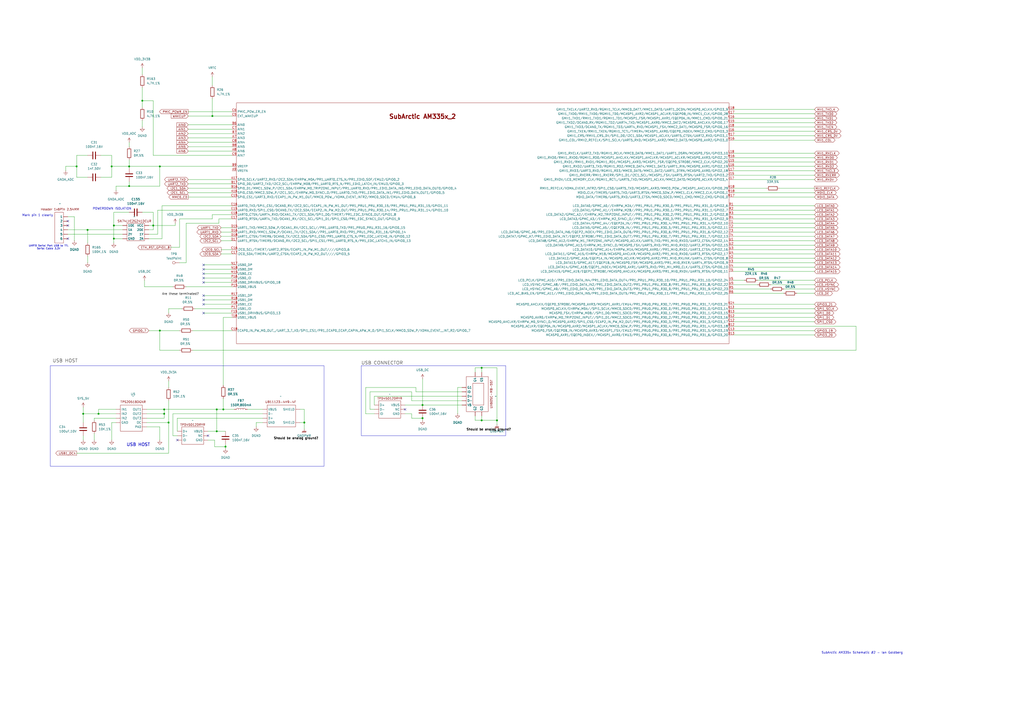
<source format=kicad_sch>
(kicad_sch (version 20231120) (generator "eeschema") (generator_version "8.0")
  (paper "A2")
  (title_block (title "SubArctic AM335x Schematic #2 - Ian Goldberg"))
  (junction (at 66.04 130.81))
  (junction (at 125.73 250.19))
  (junction (at 123.19 67.31))
  (junction (at 279.4 243.84))
  (junction (at 92.71 191.77))
  (junction (at 176.53 245.11))
  (junction (at 50.8 133.35))
  (junction (at 74.93 107.95))
  (junction (at 44.45 96.52))
  (junction (at 82.55 58.42))
  (junction (at 48.26 240.03))
  (junction (at 288.29 243.84))
  (junction (at 88.9 130.81))
  (junction (at 129.54 237.49))
  (junction (at 97.79 245.11))
  (junction (at 92.71 96.52))
  (junction (at 245.11 234.95))
  (junction (at 245.11 242.57))
  (junction (at 66.04 138.43))
  (junction (at 125.73 237.49))
  (junction (at 130.81 259.08))
  (junction (at 57.15 240.03))
  (junction (at 74.93 96.52))
  (junction (at 64.77 96.52))
  (junction (at 95.25 240.03))
  (junction (at 95.25 237.49))
  (junction (at 279.4 213.36))
  (no_connect (at 118.11 163.83))
  (no_connect (at 39.37 130.81))
  (no_connect (at 118.11 153.67))
  (no_connect (at 118.11 158.75))
  (no_connect (at 118.11 176.53))
  (no_connect (at 118.11 171.45))
  (no_connect (at 39.37 138.43))
  (no_connect (at 120.65 252.73))
  (no_connect (at 234.95 237.49))
  (no_connect (at 118.11 173.99))
  (no_connect (at 39.37 128.27))
  (no_connect (at 118.11 181.61))
  (no_connect (at 118.11 156.21))
  (no_connect (at 118.11 161.29))
  (no_connect (at 102.87 255.27))
  (wire (pts (xy 74.93 92.71) (xy 74.93 96.52)))
  (wire (pts (xy 44.45 90.17) (xy 44.45 96.52)))
  (wire (pts (xy 425.45 137.16) (xy 472.44 137.16)))
  (wire (pts (xy 39.37 133.35) (xy 50.8 133.35)))
  (wire (pts (xy 88.9 90.17) (xy 134.62 90.17)))
  (wire (pts (xy 425.45 127) (xy 472.44 127)))
  (wire (pts (xy 92.71 247.65) (xy 92.71 255.27)))
  (wire (pts (xy 82.55 39.37) (xy 82.55 43.18)))
  (wire (pts (xy 425.45 162.56) (xy 431.8 162.56)))
  (wire (pts (xy 85.09 245.11) (xy 97.79 245.11)))
  (wire (pts (xy 425.45 181.61) (xy 472.44 181.61)))
  (wire (pts (xy 118.11 176.53) (xy 134.62 176.53)))
  (wire (pts (xy 425.45 93.98) (xy 472.44 93.98)))
  (wire (pts (xy 173.99 237.49) (xy 176.53 237.49)))
  (wire (pts (xy 238.76 242.57) (xy 245.11 242.57)))
  (wire (pts (xy 109.22 64.77) (xy 134.62 64.77)))
  (wire (pts (xy 454.66 167.64) (xy 472.44 167.64)))
  (wire (pts (xy 217.17 229.87) (xy 267.97 229.87)))
  (wire (pts (xy 124.46 259.08) (xy 130.81 259.08)))
  (wire (pts (xy 125.73 237.49) (xy 129.54 237.49)))
  (wire (pts (xy 92.71 191.77) (xy 104.14 191.77)))
  (wire (pts (xy 425.45 134.62) (xy 472.44 134.62)))
  (wire (pts (xy 44.45 262.89) (xy 97.79 262.89)))
  (wire (pts (xy 109.22 74.93) (xy 134.62 74.93)))
  (wire (pts (xy 66.04 138.43) (xy 66.04 140.97)))
  (wire (pts (xy 104.14 152.4) (xy 107.95 152.4)))
  (wire (pts (xy 66.04 123.19) (xy 66.04 130.81)))
  (wire (pts (xy 212.09 224.79) (xy 241.3 224.79)))
  (wire (pts (xy 265.43 224.79) (xy 265.43 240.03)))
  (wire (pts (xy 176.53 237.49) (xy 176.53 245.11)))
  (wire (pts (xy 97.79 179.07) (xy 105.41 179.07)))
  (wire (pts (xy 425.45 194.31) (xy 472.44 194.31)))
  (wire (pts (xy 123.19 124.46) (xy 134.62 124.46)))
  (wire (pts (xy 54.61 242.57) (xy 67.31 242.57)))
  (wire (pts (xy 109.22 87.63) (xy 134.62 87.63)))
  (wire (pts (xy 462.28 170.18) (xy 472.44 170.18)))
  (wire (pts (xy 67.31 107.95) (xy 67.31 110.49)))
  (wire (pts (xy 38.1 96.52) (xy 38.1 99.06)))
  (wire (pts (xy 425.45 154.94) (xy 472.44 154.94)))
  (wire (pts (xy 128.27 132.08) (xy 134.62 132.08)))
  (wire (pts (xy 109.22 72.39) (xy 134.62 72.39)))
  (wire (pts (xy 267.97 224.79) (xy 265.43 224.79)))
  (wire (pts (xy 97.79 245.11) (xy 97.79 262.89)))
  (wire (pts (xy 93.98 138.43) (xy 86.36 138.43)))
  (wire (pts (xy 130.81 259.08) (xy 130.81 257.81)))
  (wire (pts (xy 67.31 240.03) (xy 57.15 240.03)))
  (wire (pts (xy 66.04 138.43) (xy 71.12 138.43)))
  (wire (pts (xy 109.22 77.47) (xy 134.62 77.47)))
  (wire (pts (xy 101.6 129.54) (xy 101.6 130.81)))
  (wire (pts (xy 92.71 107.95) (xy 74.93 107.95)))
  (wire (pts (xy 102.87 250.19) (xy 102.87 242.57)))
  (wire (pts (xy 107.95 166.37) (xy 134.62 166.37)))
  (wire (pts (xy 439.42 162.56) (xy 472.44 162.56)))
  (wire (pts (xy 245.11 219.71) (xy 245.11 234.95)))
  (wire (pts (xy 118.11 153.67) (xy 134.62 153.67)))
  (wire (pts (xy 50.8 133.35) (xy 50.8 140.97)))
  (wire (pts (xy 66.04 130.81) (xy 71.12 130.81)))
  (wire (pts (xy 425.45 101.6) (xy 472.44 101.6)))
  (wire (pts (xy 118.11 181.61) (xy 134.62 181.61)))
  (wire (pts (xy 143.51 237.49) (xy 152.4 237.49)))
  (wire (pts (xy 66.04 130.81) (xy 66.04 138.43)))
  (wire (pts (xy 85.09 242.57) (xy 95.25 242.57)))
  (wire (pts (xy 425.45 186.69) (xy 472.44 186.69)))
  (wire (pts (xy 148.59 247.65) (xy 148.59 245.11)))
  (wire (pts (xy 123.19 57.15) (xy 123.19 67.31)))
  (wire (pts (xy 279.4 213.36) (xy 288.29 213.36)))
  (wire (pts (xy 118.11 171.45) (xy 134.62 171.45)))
  (wire (pts (xy 74.93 82.55) (xy 74.93 85.09)))
  (wire (pts (xy 128.27 147.32) (xy 134.62 147.32)))
  (wire (pts (xy 74.93 123.19) (xy 66.04 123.19)))
  (wire (pts (xy 425.45 157.48) (xy 472.44 157.48)))
  (wire (pts (xy 212.09 240.03) (xy 212.09 224.79)))
  (wire (pts (xy 86.36 130.81) (xy 88.9 130.81)))
  (wire (pts (xy 39.37 135.89) (xy 71.12 135.89)))
  (wire (pts (xy 173.99 245.11) (xy 176.53 245.11)))
  (wire (pts (xy 425.45 176.53) (xy 472.44 176.53)))
  (wire (pts (xy 50.8 133.35) (xy 71.12 133.35)))
  (wire (pts (xy 58.42 102.87) (xy 64.77 102.87)))
  (wire (pts (xy 48.26 240.03) (xy 48.26 245.11)))
  (wire (pts (xy 425.45 104.14) (xy 472.44 104.14)))
  (wire (pts (xy 107.95 129.54) (xy 107.95 152.4)))
  (wire (pts (xy 111.76 203.2) (xy 496.57 203.2)))
  (wire (pts (xy 425.45 147.32) (xy 472.44 147.32)))
  (wire (pts (xy 91.44 121.92) (xy 91.44 135.89)))
  (wire (pts (xy 128.27 134.62) (xy 134.62 134.62)))
  (wire (pts (xy 64.77 96.52) (xy 64.77 102.87)))
  (wire (pts (xy 85.09 240.03) (xy 95.25 240.03)))
  (wire (pts (xy 176.53 245.11) (xy 176.53 248.92)))
  (wire (pts (xy 127 127) (xy 127 129.54)))
  (wire (pts (xy 86.36 133.35) (xy 88.9 133.35)))
  (wire (pts (xy 82.55 58.42) (xy 82.55 62.23)))
  (wire (pts (xy 118.11 161.29) (xy 134.62 161.29)))
  (wire (pts (xy 125.73 237.49) (xy 125.73 250.19)))
  (wire (pts (xy 245.11 242.57) (xy 245.11 243.84)))
  (wire (pts (xy 129.54 237.49) (xy 135.89 237.49)))
  (wire (pts (xy 425.45 88.9) (xy 472.44 88.9)))
  (wire (pts (xy 91.44 121.92) (xy 134.62 121.92)))
  (wire (pts (xy 128.27 139.7) (xy 134.62 139.7)))
  (wire (pts (xy 48.26 252.73) (xy 48.26 255.27)))
  (wire (pts (xy 39.37 125.73) (xy 43.18 125.73)))
  (wire (pts (xy 109.22 82.55) (xy 134.62 82.55)))
  (wire (pts (xy 120.65 250.19) (xy 125.73 250.19)))
  (wire (pts (xy 109.22 114.3) (xy 134.62 114.3)))
  (wire (pts (xy 104.14 203.2) (xy 92.71 203.2)))
  (wire (pts (xy 425.45 109.22) (xy 444.5 109.22)))
  (wire (pts (xy 275.59 213.36) (xy 275.59 215.9)))
  (wire (pts (xy 64.77 96.52) (xy 64.77 90.17)))
  (wire (pts (xy 85.09 237.49) (xy 95.25 237.49)))
  (wire (pts (xy 95.25 240.03) (xy 95.25 237.49)))
  (wire (pts (xy 128.27 144.78) (xy 134.62 144.78)))
  (wire (pts (xy 58.42 90.17) (xy 64.77 90.17)))
  (wire (pts (xy 234.95 240.03) (xy 238.76 240.03)))
  (wire (pts (xy 92.71 96.52) (xy 74.93 96.52)))
  (wire (pts (xy 109.22 104.14) (xy 134.62 104.14)))
  (wire (pts (xy 425.45 63.5) (xy 472.44 63.5)))
  (wire (pts (xy 425.45 96.52) (xy 472.44 96.52)))
  (wire (pts (xy 214.63 237.49) (xy 214.63 227.33)))
  (wire (pts (xy 425.45 76.2) (xy 472.44 76.2)))
  (wire (pts (xy 99.06 143.51) (xy 104.14 143.51)))
  (wire (pts (xy 50.8 102.87) (xy 44.45 102.87)))
  (wire (pts (xy 134.62 127) (xy 127 127)))
  (wire (pts (xy 57.15 237.49) (xy 57.15 240.03)))
  (wire (pts (xy 67.31 237.49) (xy 57.15 237.49)))
  (wire (pts (xy 425.45 152.4) (xy 472.44 152.4)))
  (wire (pts (xy 217.17 237.49) (xy 214.63 237.49)))
  (wire (pts (xy 92.71 203.2) (xy 92.71 191.77)))
  (wire (pts (xy 109.22 80.01) (xy 134.62 80.01)))
  (wire (pts (xy 97.79 232.41) (xy 97.79 245.11)))
  (wire (pts (xy 425.45 184.15) (xy 472.44 184.15)))
  (wire (pts (xy 97.79 181.61) (xy 97.79 179.07)))
  (wire (pts (xy 43.18 125.73) (xy 43.18 139.7)))
  (wire (pts (xy 425.45 142.24) (xy 472.44 142.24)))
  (wire (pts (xy 447.04 165.1) (xy 472.44 165.1)))
  (wire (pts (xy 82.55 73.66) (xy 82.55 69.85)))
  (wire (pts (xy 111.76 191.77) (xy 134.62 191.77)))
  (wire (pts (xy 88.9 133.35) (xy 88.9 130.81)))
  (wire (pts (xy 279.4 213.36) (xy 279.4 215.9)))
  (wire (pts (xy 88.9 123.19) (xy 88.9 130.81)))
  (wire (pts (xy 425.45 111.76) (xy 472.44 111.76)))
  (wire (pts (xy 85.09 247.65) (xy 92.71 247.65)))
  (wire (pts (xy 127 129.54) (xy 107.95 129.54)))
  (wire (pts (xy 238.76 240.03) (xy 238.76 242.57)))
  (wire (pts (xy 425.45 121.92) (xy 472.44 121.92)))
  (wire (pts (xy 148.59 245.11) (xy 152.4 245.11)))
  (wire (pts (xy 109.22 85.09) (xy 134.62 85.09)))
  (wire (pts (xy 425.45 170.18) (xy 454.66 170.18)))
  (wire (pts (xy 109.22 109.22) (xy 134.62 109.22)))
  (wire (pts (xy 425.45 191.77) (xy 472.44 191.77)))
  (wire (pts (xy 128.27 137.16) (xy 134.62 137.16)))
  (wire (pts (xy 44.45 96.52) (xy 44.45 102.87)))
  (wire (pts (xy 288.29 213.36) (xy 288.29 243.84)))
  (wire (pts (xy 129.54 184.15) (xy 134.62 184.15)))
  (wire (pts (xy 275.59 241.3) (xy 275.59 243.84)))
  (wire (pts (xy 67.31 245.11) (xy 64.77 245.11)))
  (wire (pts (xy 425.45 73.66) (xy 472.44 73.66)))
  (wire (pts (xy 44.45 90.17) (xy 50.8 90.17)))
  (wire (pts (xy 54.61 242.57) (xy 54.61 243.84)))
  (wire (pts (xy 57.15 240.03) (xy 48.26 240.03)))
  (wire (pts (xy 279.4 243.84) (xy 288.29 243.84)))
  (wire (pts (xy 82.55 50.8) (xy 82.55 58.42)))
  (wire (pts (xy 425.45 165.1) (xy 439.42 165.1)))
  (wire (pts (xy 95.25 237.49) (xy 125.73 237.49)))
  (wire (pts (xy 54.61 255.27) (xy 54.61 251.46)))
  (wire (pts (xy 123.19 67.31) (xy 134.62 67.31)))
  (wire (pts (xy 118.11 173.99) (xy 134.62 173.99)))
  (wire (pts (xy 100.33 240.03) (xy 152.4 240.03)))
  (wire (pts (xy 129.54 231.14) (xy 129.54 237.49)))
  (wire (pts (xy 93.98 119.38) (xy 93.98 138.43)))
  (wire (pts (xy 241.3 227.33) (xy 267.97 227.33)))
  (wire (pts (xy 125.73 250.19) (xy 130.81 250.19)))
  (wire (pts (xy 425.45 129.54) (xy 472.44 129.54)))
  (wire (pts (xy 44.45 96.52) (xy 38.1 96.52)))
  (wire (pts (xy 425.45 189.23) (xy 496.57 189.23)))
  (wire (pts (xy 129.54 184.15) (xy 129.54 223.52)))
  (wire (pts (xy 104.14 127) (xy 123.19 127)))
  (wire (pts (xy 88.9 58.42) (xy 88.9 90.17)))
  (wire (pts (xy 275.59 243.84) (xy 279.4 243.84)))
  (wire (pts (xy 425.45 124.46) (xy 472.44 124.46)))
  (wire (pts (xy 82.55 58.42) (xy 88.9 58.42)))
  (wire (pts (xy 64.77 245.11) (xy 64.77 255.27)))
  (wire (pts (xy 425.45 139.7) (xy 472.44 139.7)))
  (wire (pts (xy 64.77 96.52) (xy 74.93 96.52)))
  (wire (pts (xy 48.26 236.22) (xy 48.26 240.03)))
  (wire (pts (xy 109.22 111.76) (xy 134.62 111.76)))
  (wire (pts (xy 234.95 234.95) (xy 245.11 234.95)))
  (wire (pts (xy 123.19 127) (xy 123.19 124.46)))
  (wire (pts (xy 88.9 130.81) (xy 101.6 130.81)))
  (wire (pts (xy 74.93 107.95) (xy 74.93 105.41)))
  (wire (pts (xy 425.45 179.07) (xy 472.44 179.07)))
  (wire (pts (xy 217.17 240.03) (xy 212.09 240.03)))
  (wire (pts (xy 288.29 243.84) (xy 288.29 246.38)))
  (wire (pts (xy 104.14 143.51) (xy 104.14 127)))
  (wire (pts (xy 67.31 107.95) (xy 74.93 107.95)))
  (wire (pts (xy 425.45 66.04) (xy 472.44 66.04)))
  (wire (pts (xy 50.8 152.4) (xy 50.8 148.59)))
  (wire (pts (xy 134.62 96.52) (xy 92.71 96.52)))
  (wire (pts (xy 130.81 260.35) (xy 130.81 259.08)))
  (wire (pts (xy 120.65 255.27) (xy 124.46 255.27)))
  (wire (pts (xy 425.45 78.74) (xy 472.44 78.74)))
  (wire (pts (xy 425.45 91.44) (xy 472.44 91.44)))
  (wire (pts (xy 113.03 179.07) (xy 134.62 179.07)))
  (wire (pts (xy 124.46 255.27) (xy 124.46 259.08)))
  (wire (pts (xy 123.19 44.45) (xy 123.19 49.53)))
  (wire (pts (xy 83.82 162.56) (xy 83.82 166.37)))
  (wire (pts (xy 109.22 67.31) (xy 123.19 67.31)))
  (wire (pts (xy 118.11 163.83) (xy 134.62 163.83)))
  (wire (pts (xy 425.45 81.28) (xy 472.44 81.28)))
  (wire (pts (xy 134.62 119.38) (xy 93.98 119.38)))
  (wire (pts (xy 241.3 224.79) (xy 241.3 227.33)))
  (wire (pts (xy 217.17 234.95) (xy 217.17 229.87)))
  (wire (pts (xy 88.9 123.19) (xy 82.55 123.19)))
  (wire (pts (xy 109.22 106.68) (xy 134.62 106.68)))
  (wire (pts (xy 238.76 232.41) (xy 267.97 232.41)))
  (wire (pts (xy 425.45 71.12) (xy 472.44 71.12)))
  (wire (pts (xy 74.93 97.79) (xy 74.93 96.52)))
  (wire (pts (xy 452.12 109.22) (xy 472.44 109.22)))
  (wire (pts (xy 214.63 227.33) (xy 238.76 227.33)))
  (wire (pts (xy 118.11 158.75) (xy 134.62 158.75)))
  (wire (pts (xy 95.25 242.57) (xy 95.25 240.03)))
  (wire (pts (xy 100.33 252.73) (xy 100.33 240.03)))
  (wire (pts (xy 425.45 132.08) (xy 472.44 132.08)))
  (wire (pts (xy 83.82 166.37) (xy 100.33 166.37)))
  (wire (pts (xy 238.76 227.33) (xy 238.76 232.41)))
  (wire (pts (xy 245.11 234.95) (xy 267.97 234.95)))
  (wire (pts (xy 86.36 191.77) (xy 92.71 191.77)))
  (wire (pts (xy 425.45 167.64) (xy 447.04 167.64)))
  (wire (pts (xy 425.45 149.86) (xy 472.44 149.86)))
  (wire (pts (xy 118.11 156.21) (xy 134.62 156.21)))
  (wire (pts (xy 92.71 96.52) (xy 92.71 107.95)))
  (wire (pts (xy 496.57 189.23) (xy 496.57 203.2)))
  (wire (pts (xy 425.45 68.58) (xy 472.44 68.58)))
  (wire (pts (xy 97.79 220.98) (xy 97.79 224.79)))
  (wire (pts (xy 102.87 242.57) (xy 152.4 242.57)))
  (wire (pts (xy 425.45 119.38) (xy 472.44 119.38)))
  (wire (pts (xy 275.59 213.36) (xy 279.4 213.36)))
  (wire (pts (xy 91.44 135.89) (xy 86.36 135.89)))
  (wire (pts (xy 279.4 241.3) (xy 279.4 243.84)))
  (wire (pts (xy 425.45 144.78) (xy 472.44 144.78)))
  (wire (pts (xy 425.45 114.3) (xy 472.44 114.3)))
  (wire (pts (xy 425.45 99.06) (xy 472.44 99.06)))
  (wire (pts (xy 102.87 252.73) (xy 100.33 252.73)))
  (rectangle (start 209.55 212.09) (end 293.37 252.73))
  (rectangle (start 29.21 212.09) (end 187.96 270.51))
  (text "Mark pin 1 clearly\n" (at 21.844 124.968 0) (effects (font (size 1.27 1.27))))
  (text "POWERDOWN ISOLATION\n" (at 65.024 121.158 0) (effects (font (size 1.27 1.27))))
  (text "USB HOST" (at 80.264 258.064 0) (effects (font (size 1.778 1.778) (thickness 0.254) (bold yes))))
  (text "UART0 Serial Port USB to TTL\nSerial Cable 3.3V\n" (at 28.194 143.51 0) (effects (font (size 1.016 1.016))))
  (text "SubArctic AM335x Schematic #2 - Ian Goldberg" (at 500.126 378.714 0) (effects (font (size 1.27 1.27))))
  (label "Should be analog ground?" (at 270.51 250.19 0) (effects (font (thickness 0.254) (bold yes))))
  (label "USB CONNECTOR" (at 209.55 212.09 0) (effects (font (size 1.905 1.905))))
  (label "Are these terminated?" (at 93.98 171.45 0))
  (label "USB HOST" (at 30.48 210.82 0) (effects (font (size 1.905 1.905))))
  (label "Should be analog ground?" (at 158.75 255.27 0) (effects (font (thickness 0.254) (bold yes))))
  (global_label "AIN4" (shape input) (at 109.22 82.55 180) (property "Intersheetrefs" "${INTERSHEET_REFS}" (effects (hide yes))))
  (global_label "LCD_DATA2" (shape bidirectional) (at 472.44 124.46 0) (property "Intersheetrefs" "${INTERSHEET_REFS}" (effects (hide yes))))
  (global_label "I2C2_SCL" (shape bidirectional) (at 128.27 139.7 180) (property "Intersheetrefs" "${INTERSHEET_REFS}" (effects (hide yes))))
  (global_label "UART1_RXD" (shape bidirectional) (at 128.27 134.62 180) (property "Intersheetrefs" "${INTERSHEET_REFS}" (effects (hide yes))))
  (global_label "I2C0_SDA" (shape bidirectional) (at 128.27 147.32 180) (property "Intersheetrefs" "${INTERSHEET_REFS}" (effects (hide yes))))
  (global_label "LCD_DE" (shape bidirectional) (at 472.44 170.18 0) (property "Intersheetrefs" "${INTERSHEET_REFS}" (effects (hide yes))))
  (global_label "MII1_COL" (shape bidirectional) (at 472.44 81.28 0) (property "Intersheetrefs" "${INTERSHEET_REFS}" (effects (hide yes))))
  (global_label "LCD_DATA8" (shape bidirectional) (at 472.44 139.7 0) (property "Intersheetrefs" "${INTERSHEET_REFS}" (effects (hide yes))))
  (global_label "SPI1_D0" (shape bidirectional) (at 472.44 181.61 0) (property "Intersheetrefs" "${INTERSHEET_REFS}" (effects (hide yes))))
  (global_label "MII1_TXD0" (shape bidirectional) (at 472.44 66.04 0) (property "Intersheetrefs" "${INTERSHEET_REFS}" (effects (hide yes))))
  (global_label "AIN1" (shape input) (at 109.22 74.93 180) (property "Intersheetrefs" "${INTERSHEET_REFS}" (effects (hide yes))))
  (global_label "MII1_TXCLK" (shape bidirectional) (at 472.44 63.5 0) (property "Intersheetrefs" "${INTERSHEET_REFS}" (effects (hide yes))))
  (global_label "I2C1_SCL" (shape bidirectional) (at 109.22 111.76 180) (property "Intersheetrefs" "${INTERSHEET_REFS}" (effects (hide yes))))
  (global_label "AIN3" (shape input) (at 109.22 80.01 180) (property "Intersheetrefs" "${INTERSHEET_REFS}" (effects (hide yes))))
  (global_label "SPI1_CS0" (shape bidirectional) (at 472.44 186.69 0) (property "Intersheetrefs" "${INTERSHEET_REFS}" (effects (hide yes))))
  (global_label "UART2_TXD" (shape bidirectional) (at 109.22 104.14 180) (property "Intersheetrefs" "${INTERSHEET_REFS}" (effects (hide yes))))
  (global_label "MII1_RXDV" (shape bidirectional) (at 472.44 104.14 0) (property "Intersheetrefs" "${INTERSHEET_REFS}" (effects (hide yes))))
  (global_label "AIN5" (shape input) (at 109.22 85.09 180) (property "Intersheetrefs" "${INTERSHEET_REFS}" (effects (hide yes))))
  (global_label "MII1_RXERR" (shape bidirectional) (at 472.44 101.6 0) (property "Intersheetrefs" "${INTERSHEET_REFS}" (effects (hide yes))))
  (global_label "UART2_TXD" (shape bidirectional) (at 109.22 106.68 180) (property "Intersheetrefs" "${INTERSHEET_REFS}" (effects (hide yes))))
  (global_label "LCD_DATA13" (shape bidirectional) (at 472.44 152.4 0) (property "Intersheetrefs" "${INTERSHEET_REFS}" (effects (hide yes))))
  (global_label "LCD_DATA3" (shape bidirectional) (at 472.44 127 0) (property "Intersheetrefs" "${INTERSHEET_REFS}" (effects (hide yes))))
  (global_label "LCD_DATA5" (shape bidirectional) (at 472.44 132.08 0) (property "Intersheetrefs" "${INTERSHEET_REFS}" (effects (hide yes))))
  (global_label "GPIO3_20" (shape bidirectional) (at 472.44 194.31 0) (property "Intersheetrefs" "${INTERSHEET_REFS}" (effects (hide yes))))
  (global_label "MII1_RXCLK" (shape bidirectional) (at 472.44 88.9 0) (property "Intersheetrefs" "${INTERSHEET_REFS}" (effects (hide yes))))
  (global_label "LCD_DATA9" (shape bidirectional) (at 472.44 142.24 0) (property "Intersheetrefs" "${INTERSHEET_REFS}" (effects (hide yes))))
  (global_label "SPI1_D1" (shape bidirectional) (at 472.44 184.15 0) (property "Intersheetrefs" "${INTERSHEET_REFS}" (effects (hide yes))))
  (global_label "MDIO_CLK" (shape bidirectional) (at 472.44 111.76 0) (property "Intersheetrefs" "${INTERSHEET_REFS}" (effects (hide yes))))
  (global_label "MII1_RXD1" (shape bidirectional) (at 472.44 93.98 0) (property "Intersheetrefs" "${INTERSHEET_REFS}" (effects (hide yes))))
  (global_label "MII1_RXD2" (shape bidirectional) (at 472.44 96.52 0) (property "Intersheetrefs" "${INTERSHEET_REFS}" (effects (hide yes))))
  (global_label "MII1_RXD0" (shape bidirectional) (at 472.44 91.44 0) (property "Intersheetrefs" "${INTERSHEET_REFS}" (effects (hide yes))))
  (global_label "UART1_TXD" (shape bidirectional) (at 128.27 132.08 180) (property "Intersheetrefs" "${INTERSHEET_REFS}" (effects (hide yes))))
  (global_label "I2C1_SDA" (shape bidirectional) (at 109.22 109.22 180) (property "Intersheetrefs" "${INTERSHEET_REFS}" (effects (hide yes))))
  (global_label "LCD_DATA15" (shape bidirectional) (at 472.44 157.48 0) (property "Intersheetrefs" "${INTERSHEET_REFS}" (effects (hide yes))))
  (global_label "MII1_REFCLK" (shape output) (at 472.44 109.22 0) (property "Intersheetrefs" "${INTERSHEET_REFS}" (effects (hide yes))))
  (global_label "I2C0_SCL" (shape output) (at 128.27 144.78 180) (property "Intersheetrefs" "${INTERSHEET_REFS}" (effects (hide yes))))
  (global_label "LCD_DATA6" (shape bidirectional) (at 472.44 134.62 0) (property "Intersheetrefs" "${INTERSHEET_REFS}" (effects (hide yes))))
  (global_label "ETH_RST_GPIO1_8" (shape output) (at 99.06 143.51 180) (property "Intersheetrefs" "${INTERSHEET_REFS}" (effects (hide yes))))
  (global_label "LCD_DATA12" (shape bidirectional) (at 472.44 149.86 0) (property "Intersheetrefs" "${INTERSHEET_REFS}" (effects (hide yes))))
  (global_label "AIN6" (shape input) (at 109.22 87.63 180) (property "Intersheetrefs" "${INTERSHEET_REFS}" (effects (hide yes))))
  (global_label "USB1_OCn" (shape output) (at 44.45 262.89 180) (property "Intersheetrefs" "${INTERSHEET_REFS}" (effects (hide yes))))
  (global_label "LCD_DATA11" (shape bidirectional) (at 472.44 147.32 0) (property "Intersheetrefs" "${INTERSHEET_REFS}" (effects (hide yes))))
  (global_label "GPIO3_21" (shape bidirectional) (at 472.44 176.53 0) (property "Intersheetrefs" "${INTERSHEET_REFS}" (effects (hide yes))))
  (global_label "LCD_DATA14" (shape bidirectional) (at 472.44 154.94 0) (property "Intersheetrefs" "${INTERSHEET_REFS}" (effects (hide yes))))
  (global_label "WAKEUP" (shape input) (at 109.22 67.31 180) (property "Intersheetrefs" "${INTERSHEET_REFS}" (effects (hide yes))))
  (global_label "LCD_DATA1" (shape bidirectional) (at 472.44 121.92 0) (property "Intersheetrefs" "${INTERSHEET_REFS}" (effects (hide yes))))
  (global_label "LCD_DATA10" (shape bidirectional) (at 472.44 144.78 0) (property "Intersheetrefs" "${INTERSHEET_REFS}" (effects (hide yes))))
  (global_label "PMIC_POWR_EN" (shape output) (at 109.22 64.77 180) (property "Intersheetrefs" "${INTERSHEET_REFS}" (effects (hide yes))))
  (global_label "MII1_CRS_DV" (shape bidirectional) (at 472.44 76.2 0) (property "Intersheetrefs" "${INTERSHEET_REFS}" (effects (hide yes))))
  (global_label "LCD_PCLK" (shape bidirectional) (at 472.44 162.56 0) (property "Intersheetrefs" "${INTERSHEET_REFS}" (effects (hide yes))))
  (global_label "MDIO_DATA" (shape bidirectional) (at 472.44 114.3 0) (property "Intersheetrefs" "${INTERSHEET_REFS}" (effects (hide yes))))
  (global_label "AIN2" (shape input) (at 109.22 77.47 180) (property "Intersheetrefs" "${INTERSHEET_REFS}" (effects (hide yes))))
  (global_label "I2C2_SDA" (shape bidirectional) (at 128.27 137.16 180) (property "Intersheetrefs" "${INTERSHEET_REFS}" (effects (hide yes))))
  (global_label "GPIO3_19" (shape bidirectional) (at 472.44 191.77 0) (property "Intersheetrefs" "${INTERSHEET_REFS}" (effects (hide yes))))
  (global_label "MII1_TXD1" (shape bidirectional) (at 472.44 68.58 0) (property "Intersheetrefs" "${INTERSHEET_REFS}" (effects (hide yes))))
  (global_label "MMC0_CD" (shape output) (at 109.22 114.3 180) (property "Intersheetrefs" "${INTERSHEET_REFS}" (effects (hide yes))))
  (global_label "MII1_TXCL3" (shape bidirectional) (at 472.44 99.06 0) (property "Intersheetrefs" "${INTERSHEET_REFS}" (effects (hide yes))))
  (global_label "LCD_HSYNC" (shape bidirectional) (at 472.44 167.64 0) (property "Intersheetrefs" "${INTERSHEET_REFS}" (effects (hide yes))))
  (global_label "MII1_TXEN" (shape bidirectional) (at 472.44 73.66 0) (property "Intersheetrefs" "${INTERSHEET_REFS}" (effects (hide yes))))
  (global_label "LCD_DATA0" (shape bidirectional) (at 472.44 119.38 0) (property "Intersheetrefs" "${INTERSHEET_REFS}" (effects (hide yes))))
  (global_label "MII1_CRS_DV" (shape bidirectional) (at 472.44 78.74 0) (property "Intersheetrefs" "${INTERSHEET_REFS}" (effects (hide yes))))
  (global_label "LCD_DATA7" (shape bidirectional) (at 472.44 137.16 0) (property "Intersheetrefs" "${INTERSHEET_REFS}" (effects (hide yes))))
  (global_label "SPI1_SCLK" (shape bidirectional) (at 472.44 179.07 0) (property "Intersheetrefs" "${INTERSHEET_REFS}" (effects (hide yes))))
  (global_label "AIN0" (shape input) (at 109.22 72.39 180) (property "Intersheetrefs" "${INTERSHEET_REFS}" (effects (hide yes))))
  (global_label "MII1_TXD2" (shape bidirectional) (at 472.44 71.12 0) (property "Intersheetrefs" "${INTERSHEET_REFS}" (effects (hide yes))))
  (global_label "LCD_VSYNC" (shape bidirectional) (at 472.44 165.1 0) (property "Intersheetrefs" "${INTERSHEET_REFS}" (effects (hide yes))))
  (global_label "GPIO0_7" (shape bidirectional) (at 86.36 191.77 180) (property "Intersheetrefs" "${INTERSHEET_REFS}" (effects (hide yes))))
  (global_label "LCD_DATA4" (shape bidirectional) (at 472.44 129.54 0) (property "Intersheetrefs" "${INTERSHEET_REFS}" (effects (hide yes))))
  (symbol (lib_id "Device:R") (at 107.95 191.77 90) (unit 1)
    (property "Reference" "R50" (at 107.95 185.42 90))
    (property "Value" "0R,5% " (at 107.95 187.96 90))
    (property "Description" "Resistor" (effects (hide yes)))
  )
  (symbol (lib_id "Device:R") (at 448.31 109.22 90) (unit 1)
    (property "Reference" "R28" (at 448.31 102.87 90))
    (property "Value" "33R,5%" (at 448.31 105.41 90))
    (property "Description" "Resistor" (effects (hide yes)))
  )
  (symbol (lib_id "power:VCC") (at 123.19 44.45 0) (unit 1)
    (property "Reference" "#PWR074" (effects (hide yes)))
    (property "Value" "VRTC" (at 123.19 39.37 0))
    (property "Description" "Power symbol creates a global label with name \"VCC\"" (effects (hide yes)))
  )
  (symbol (lib_id "power:Earth") (at 38.1 99.06 0) (unit 1)
    (property "Reference" "#PWR079" (effects (hide yes)))
    (property "Value" "GNDA_ADC" (at 38.1 104.14 0))
    (property "Description" "Power symbol creates a global label with name \"Earth\"" (effects (hide yes)))
  )
  (symbol (lib_name "TPD4S012DRYR_1") (lib_id "SubArctic AM335x:TPD4S012DRYR") (at 219.71 242.57 0) (unit 1)
    (property "Reference" "U8" (effects (hide yes)))
    (property "Value" "~" (at 226.06 228.6 0))
  )
  (symbol (lib_id "Device:L") (at 139.7 237.49 90) (unit 1)
    (property "Reference" "FB7" (at 139.7 232.41 90))
    (property "Value" "150R,800mA" (at 139.7 234.95 90))
    (property "Description" "Inductor" (effects (hide yes)))
  )
  (symbol (lib_id "power:GND") (at 82.55 73.66 0) (unit 1)
    (property "Reference" "#PWR076" (effects (hide yes)))
    (property "Value" "DGND" (at 82.55 78.74 0))
    (property "Description" "Power symbol creates a global label with name \"GND\" , ground" (effects (hide yes)))
  )
  (symbol (lib_id "power:GND") (at 43.18 139.7 0) (unit 1)
    (property "Reference" "#PWR082" (effects (hide yes)))
    (property "Value" "DGND" (at 43.18 144.78 0))
    (property "Description" "Power symbol creates a global label with name \"GND\" , ground" (effects (hide yes)))
  )
  (symbol (lib_id "SubArctic AM335x:TPS2051BDGNR") (at 69.85 250.19 0) (unit 1)
    (property "Reference" "U5" (at 77.216 228.6 0))
    (property "Value" "~" (at 77.216 229.87 0))
  )
  (symbol (lib_id "Device:R") (at 107.95 203.2 90) (unit 1)
    (property "Reference" "R51" (at 107.95 196.85 90))
    (property "Value" "0R,5% " (at 107.95 199.39 90))
    (property "Description" "Resistor" (effects (hide yes)))
  )
  (symbol (lib_id "SubArctic AM335x:UB11123-4H9-4F") (at 154.94 247.65 0) (unit 1)
    (property "Reference" "U7" (effects (hide yes)))
    (property "Value" "~" (at 162.814 229.87 0))
  )
  (symbol (lib_id "power:GND") (at 130.81 260.35 0) (unit 1)
    (property "Reference" "#PWR068" (effects (hide yes)))
    (property "Value" "DGND" (at 130.81 265.43 0))
    (property "Description" "Power symbol creates a global label with name \"GND\" , ground" (effects (hide yes)))
  )
  (symbol (lib_id "power:GND") (at 92.71 255.27 0) (unit 1)
    (property "Reference" "#PWR064" (effects (hide yes)))
    (property "Value" "DGND" (at 92.71 260.35 0))
    (property "Description" "Power symbol creates a global label with name \"GND\" , ground" (effects (hide yes)))
  )
  (symbol (lib_id "power:VDD") (at 97.79 220.98 0) (unit 1)
    (property "Reference" "#PWR066" (effects (hide yes)))
    (property "Value" "VDD_3V3A" (at 97.79 215.9 0))
    (property "Description" "Power symbol creates a global label with name \"VDD\"" (effects (hide yes)))
  )
  (symbol (lib_id "power:VCC") (at 101.6 129.54 0) (unit 1)
    (property "Reference" "#PWR080" (effects (hide yes)))
    (property "Value" "VDD_3V3B" (at 101.6 124.46 0))
    (property "Description" "Power symbol creates a global label with name \"VCC\"" (effects (hide yes)))
  )
  (symbol (lib_id "Device:R") (at 54.61 247.65 0) (unit 1)
    (property "Reference" "R53" (at 57.15 246.3799 0) (effects (justify left)))
    (property "Value" "10K,1%" (at 57.15 248.9199 0) (effects (justify left)))
    (property "Description" "Resistor" (effects (hide yes)))
  )
  (symbol (lib_id "SubArctic AM335x:Header_1x6Pin_2.54MM") (at 31.75 140.97 0) (unit 1)
    (property "Reference" "U11" (effects (hide yes)))
    (property "Value" "~" (at 34.798 118.11 0))
  )
  (symbol (lib_id "Device:C") (at 54.61 90.17 90) (unit 1)
    (property "Reference" "C31" (at 54.61 82.55 90))
    (property "Value" "100nF,16V" (at 54.61 85.09 90))
    (property "Description" "Unpolarized capacitor" (effects (hide yes)))
  )
  (symbol (lib_id "power:GND") (at 54.61 255.27 0) (unit 1)
    (property "Reference" "#PWR062" (effects (hide yes)))
    (property "Value" "DGND" (at 54.61 260.35 0))
    (property "Description" "Power symbol creates a global label with name \"GND\" , ground" (effects (hide yes)))
  )
  (symbol (lib_id "Device:C") (at 78.74 123.19 90) (unit 1)
    (property "Reference" "C155" (at 78.74 115.57 90))
    (property "Value" "100nF,16V" (at 78.74 118.11 90))
    (property "Description" "Unpolarized capacitor" (effects (hide yes)))
  )
  (symbol (lib_id "Device:R") (at 443.23 165.1 90) (unit 1)
    (property "Reference" "R46" (at 443.23 158.75 90))
    (property "Value" "0R,5%" (at 443.23 161.29 90))
    (property "Description" "Resistor" (effects (hide yes)))
  )
  (symbol (lib_id "power:VDD") (at 245.11 219.71 0) (unit 1)
    (property "Reference" "#PWR073" (effects (hide yes)))
    (property "Value" "USB_DC" (at 245.11 214.63 0))
    (property "Description" "Power symbol creates a global label with name \"VDD\"" (effects (hide yes)))
  )
  (symbol (lib_id "power:GND") (at 97.79 181.61 0) (unit 1)
    (property "Reference" "#PWR085" (effects (hide yes)))
    (property "Value" "DGND" (at 97.79 186.69 0))
    (property "Description" "Power symbol creates a global label with name \"GND\" , ground" (effects (hide yes)))
  )
  (symbol (lib_id "power:GND") (at 148.59 247.65 0) (unit 1)
    (property "Reference" "#PWR067" (effects (hide yes)))
    (property "Value" "DGND" (at 148.59 252.73 0))
    (property "Description" "Power symbol creates a global label with name \"GND\" , ground" (effects (hide yes)))
  )
  (symbol (lib_id "Device:R") (at 435.61 162.56 90) (unit 1)
    (property "Reference" "R45" (at 435.61 156.21 90))
    (property "Value" "22R,1%" (at 435.61 158.75 90))
    (property "Description" "Resistor" (effects (hide yes)))
  )
  (symbol (lib_id "power:VDD") (at 48.26 236.22 0) (unit 1)
    (property "Reference" "#PWR065" (effects (hide yes)))
    (property "Value" "SYS_5V" (at 48.26 231.14 0))
    (property "Description" "Power symbol creates a global label with name \"VDD\"" (effects (hide yes)))
  )
  (symbol (lib_id "SubArctic AM335x:UX60SC-MB-5ST") (at 270.51 238.76 0) (unit 1)
    (property "Reference" "U9" (effects (hide yes)))
    (property "Value" "~" (at 287.02 229.87 0) (effects (justify left)))
  )
  (symbol (lib_id "power:GND") (at 265.43 240.03 0) (unit 1)
    (property "Reference" "#PWR072" (effects (hide yes)))
    (property "Value" "DGND" (at 265.43 245.11 0))
    (property "Description" "Power symbol creates a global label with name \"GND\" , ground" (effects (hide yes)))
  )
  (symbol (lib_id "Device:C") (at 130.81 254 0) (unit 1)
    (property "Reference" "C35" (at 134.62 252.7299 0) (effects (justify left)))
    (property "Value" "100nF,16V" (at 134.62 255.2699 0) (effects (justify left)))
    (property "Description" "Unpolarized capacitor" (effects (hide yes)))
  )
  (symbol (lib_id "Device:C") (at 48.26 248.92 0) (unit 1)
    (property "Reference" "C34" (at 38.1 247.6499 0) (effects (justify right)))
    (property "Value" "100uF,10V" (at 34.29 250.1899 0) (effects (justify left)))
    (property "Description" "Unpolarized capacitor" (effects (hide yes)))
  )
  (symbol (lib_id "Device:R") (at 97.79 228.6 0) (unit 1)
    (property "Reference" "R52" (at 100.33 227.3299 0) (effects (justify left)))
    (property "Value" "10K,1%" (at 100.33 229.8699 0) (effects (justify left)))
    (property "Description" "Resistor" (effects (hide yes)))
  )
  (symbol (lib_id "power:GND") (at 48.26 255.27 0) (unit 1)
    (property "Reference" "#PWR061" (effects (hide yes)))
    (property "Value" "DGND" (at 48.26 260.35 0))
    (property "Description" "Power symbol creates a global label with name \"GND\" , ground" (effects (hide yes)))
  )
  (symbol (lib_id "SubArctic AM335x:SubArctic_AM335x_2") (at 118.11 55.88 0) (unit 1)
    (property "Reference" "SubArcticAM335X2" (effects (hide yes)))
  )
  (symbol (lib_id "power:GNDPWR") (at 288.29 246.38 0) (unit 1)
    (property "Reference" "#PWR071" (effects (hide yes)))
    (property "Value" "GNDPWR" (at 288.163 250.19 0))
    (property "Description" "Power symbol creates a global label with name \"GNDPWR\" , global ground" (effects (hide yes)))
  )
  (symbol (lib_id "Device:C") (at 74.93 101.6 0) (unit 1)
    (property "Reference" "C33" (at 78.74 100.3299 0) (effects (justify left)))
    (property "Value" "100nF,16V" (at 78.74 102.8699 0) (effects (justify left)))
    (property "Description" "Unpolarized capacitor" (effects (hide yes)))
  )
  (symbol (lib_id "power:VCC") (at 74.93 82.55 0) (unit 1)
    (property "Reference" "#PWR077" (effects (hide yes)))
    (property "Value" "VDD_ADC" (at 74.93 77.47 0))
    (property "Description" "Power symbol creates a global label with name \"VCC\"" (effects (hide yes)))
  )
  (symbol (lib_id "Device:C") (at 54.61 102.87 90) (unit 1)
    (property "Reference" "C32" (at 54.61 95.25 90))
    (property "Value" "1nF,50V" (at 54.61 97.79 90))
    (property "Description" "Unpolarized capacitor" (effects (hide yes)))
  )
  (symbol (lib_id "power:GNDPWR") (at 176.53 248.92 0) (unit 1)
    (property "Reference" "#PWR069" (effects (hide yes)))
    (property "Value" "GNDPWR" (at 176.403 252.73 0))
    (property "Description" "Power symbol creates a global label with name \"GNDPWR\" , global ground" (effects (hide yes)))
  )
  (symbol (lib_id "Device:R") (at 450.85 167.64 90) (unit 1)
    (property "Reference" "R47" (at 450.85 161.29 90))
    (property "Value" "0R,5%" (at 450.85 163.83 90))
    (property "Description" "Resistor" (effects (hide yes)))
  )
  (symbol (lib_id "Device:R") (at 74.93 88.9 0) (unit 1)
    (property "Reference" "R27" (at 77.47 87.6299 0) (effects (justify left)))
    (property "Value" "0R,5%" (at 77.47 90.1699 0) (effects (justify left)))
    (property "Description" "Resistor" (effects (hide yes)))
  )
  (symbol (lib_id "Device:R") (at 50.8 144.78 0) (unit 1)
    (property "Reference" "R165" (at 53.34 143.5099 0) (effects (justify left)))
    (property "Value" "100K,1%" (at 53.34 146.0499 0) (effects (justify left)))
    (property "Description" "Resistor" (effects (hide yes)))
  )
  (symbol (lib_id "Device:R") (at 82.55 46.99 0) (unit 1)
    (property "Reference" "R163" (at 85.09 45.7199 0) (effects (justify left)))
    (property "Value" "4.7K,1%" (at 85.09 48.2599 0) (effects (justify left)))
    (property "Description" "Resistor" (effects (hide yes)))
  )
  (symbol (lib_id "power:VCC") (at 83.82 162.56 0) (unit 1)
    (property "Reference" "#PWR084" (effects (hide yes)))
    (property "Value" "USB_DC" (at 83.82 157.48 0))
    (property "Description" "Power symbol creates a global label with name \"VCC\"" (effects (hide yes)))
  )
  (symbol (lib_id "power:GND") (at 245.11 243.84 0) (unit 1)
    (property "Reference" "#PWR070" (effects (hide yes)))
    (property "Value" "DGND" (at 245.11 248.92 0))
    (property "Description" "Power symbol creates a global label with name \"GND\" , ground" (effects (hide yes)))
  )
  (symbol (lib_id "SubArctic AM335x:TPD4S012DRYR") (at 105.41 257.81 0) (unit 1)
    (property "Reference" "U6" (effects (hide yes)))
    (property "Value" "~" (at 111.76 243.84 0))
  )
  (symbol (lib_id "SubArctic AM335x:SN74LVC2G241DCUR") (at 73.66 139.7 0) (unit 1)
    (property "Reference" "U10" (effects (hide yes)))
    (property "Value" "~" (at 77.978 125.73 0))
  )
  (symbol (lib_id "Device:C") (at 245.11 238.76 0) (unit 1)
    (property "Reference" "C36" (at 248.92 237.4899 0) (effects (justify left)))
    (property "Value" "100nF,16V" (at 248.92 240.0299 0) (effects (justify left)))
    (property "Description" "Unpolarized capacitor" (effects (hide yes)))
  )
  (symbol (lib_id "Device:R") (at 123.19 53.34 0) (unit 1)
    (property "Reference" "R26" (at 125.73 52.0699 0) (effects (justify left)))
    (property "Value" "4.7K,1%" (at 125.73 54.6099 0) (effects (justify left)))
    (property "Description" "Resistor" (effects (hide yes)))
  )
  (symbol (lib_id "power:GND") (at 50.8 152.4 0) (unit 1)
    (property "Reference" "#PWR083" (effects (hide yes)))
    (property "Value" "DGND" (at 50.8 157.48 0))
    (property "Description" "Power symbol creates a global label with name \"GND\" , ground" (effects (hide yes)))
  )
  (symbol (lib_id "Connector:TestPoint") (at 104.14 152.4 90) (unit 1)
    (property "Reference" "TP9" (at 100.838 147.32 90))
    (property "Value" "TestPoint" (at 100.838 149.86 90))
    (property "Description" "test point" (effects (hide yes)))
  )
  (symbol (lib_id "Device:R") (at 104.14 166.37 90) (unit 1)
    (property "Reference" "R49" (at 104.14 160.02 90))
    (property "Value" "0R,5% " (at 104.14 162.56 90))
    (property "Description" "Resistor" (effects (hide yes)))
  )
  (symbol (lib_id "Device:R") (at 109.22 179.07 90) (unit 1)
    (property "Reference" "R11" (at 109.22 172.72 90))
    (property "Value" "0R,5% " (at 109.22 175.26 90))
    (property "Description" "Resistor" (effects (hide yes)))
  )
  (symbol (lib_id "Device:R") (at 129.54 227.33 0) (unit 1)
    (property "Reference" "R37" (at 132.08 226.0599 0) (effects (justify left)))
    (property "Value" "0R,5%" (at 132.08 228.5999 0) (effects (justify left)))
    (property "Description" "Resistor" (effects (hide yes)))
  )
  (symbol (lib_id "power:VCC") (at 82.55 39.37 0) (unit 1)
    (property "Reference" "#PWR075" (effects (hide yes)))
    (property "Value" "VDD_3V3B" (at 82.55 34.29 0))
    (property "Description" "Power symbol creates a global label with name \"VCC\"" (effects (hide yes)))
  )
  (symbol (lib_id "power:Earth") (at 67.31 110.49 0) (unit 1)
    (property "Reference" "#PWR078" (effects (hide yes)))
    (property "Value" "GNDA_ADC" (at 67.31 115.57 0))
    (property "Description" "Power symbol creates a global label with name \"Earth\"" (effects (hide yes)))
  )
  (symbol (lib_id "power:GND") (at 66.04 140.97 0) (unit 1)
    (property "Reference" "#PWR081" (effects (hide yes)))
    (property "Value" "DGND" (at 66.04 146.05 0))
    (property "Description" "Power symbol creates a global label with name \"GND\" , ground" (effects (hide yes)))
  )
  (symbol (lib_id "power:GND") (at 64.77 255.27 0) (unit 1)
    (property "Reference" "#PWR063" (effects (hide yes)))
    (property "Value" "DGND" (at 64.77 260.35 0))
    (property "Description" "Power symbol creates a global label with name \"GND\" , ground" (effects (hide yes)))
  )
  (symbol (lib_id "Device:R") (at 82.55 66.04 0) (unit 1)
    (property "Reference" "R10" (at 85.09 64.7699 0) (effects (justify left)))
    (property "Value" "4.7K,1%" (at 85.09 67.3099 0) (effects (justify left)))
    (property "Description" "Resistor" (effects (hide yes)))
  )
  (symbol (lib_id "Device:R") (at 458.47 170.18 90) (unit 1)
    (property "Reference" "R48" (at 458.47 163.83 90))
    (property "Value" "0R,5%" (at 458.47 166.37 90))
    (property "Description" "Resistor" (effects (hide yes)))
  )
)
</source>
